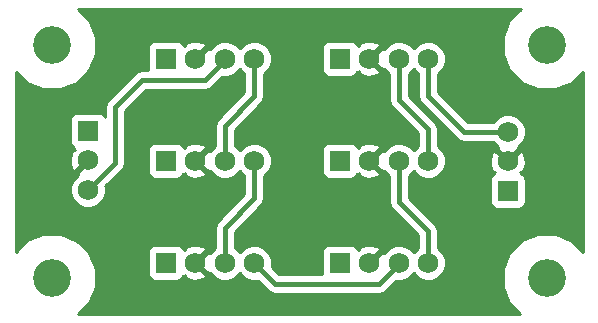
<source format=gbr>
G04 #@! TF.FileFunction,Copper,L1,Top,Signal*
%FSLAX46Y46*%
G04 Gerber Fmt 4.6, Leading zero omitted, Abs format (unit mm)*
G04 Created by KiCad (PCBNEW 4.0.2+e4-6225~38~ubuntu15.04.1-stable) date zo 31 jul 2016 22:39:55 CEST*
%MOMM*%
G01*
G04 APERTURE LIST*
%ADD10C,0.100000*%
%ADD11R,1.750000X1.750000*%
%ADD12C,1.750000*%
%ADD13C,3.200000*%
%ADD14C,0.400000*%
%ADD15C,0.254000*%
G04 APERTURE END LIST*
D10*
D11*
X166624000Y-120904000D03*
D12*
X169124000Y-120904000D03*
X171624000Y-120904000D03*
X174124000Y-120904000D03*
D13*
X184150000Y-130810000D03*
X184150000Y-111125000D03*
X142240000Y-130810000D03*
X142240000Y-111125000D03*
D11*
X145288000Y-118364000D03*
D12*
X145288000Y-120864000D03*
X145288000Y-123364000D03*
D11*
X151892000Y-112268000D03*
D12*
X154392000Y-112268000D03*
X156892000Y-112268000D03*
X159392000Y-112268000D03*
D11*
X151892000Y-120904000D03*
D12*
X154392000Y-120904000D03*
X156892000Y-120904000D03*
X159392000Y-120904000D03*
D11*
X151892000Y-129540000D03*
D12*
X154392000Y-129540000D03*
X156892000Y-129540000D03*
X159392000Y-129540000D03*
D11*
X166624000Y-129540000D03*
D12*
X169124000Y-129540000D03*
X171624000Y-129540000D03*
X174124000Y-129540000D03*
D11*
X166624000Y-112268000D03*
D12*
X169124000Y-112268000D03*
X171624000Y-112268000D03*
X174124000Y-112268000D03*
D11*
X180848000Y-123444000D03*
D12*
X180848000Y-120944000D03*
X180848000Y-118444000D03*
D14*
X147574000Y-121078000D02*
X145288000Y-123364000D01*
X147574000Y-116332000D02*
X147574000Y-121078000D01*
X149860000Y-114046000D02*
X147574000Y-116332000D01*
X155194000Y-114046000D02*
X149860000Y-114046000D01*
X156892000Y-112348000D02*
X155194000Y-114046000D01*
X156892000Y-112268000D02*
X156892000Y-112348000D01*
X174124000Y-112268000D02*
X174124000Y-115450000D01*
X174124000Y-115450000D02*
X177118000Y-118444000D01*
X177118000Y-118444000D02*
X180848000Y-118444000D01*
X159392000Y-112268000D02*
X159392000Y-115436000D01*
X159392000Y-115436000D02*
X156892000Y-117936000D01*
X156892000Y-117936000D02*
X156892000Y-120904000D01*
X159392000Y-120904000D02*
X159392000Y-124072000D01*
X156892000Y-126572000D02*
X156892000Y-129540000D01*
X159392000Y-124072000D02*
X156892000Y-126572000D01*
X171624000Y-129540000D02*
X171624000Y-129620000D01*
X171624000Y-129620000D02*
X169926000Y-131318000D01*
X169926000Y-131318000D02*
X161170000Y-131318000D01*
X161170000Y-131318000D02*
X159392000Y-129540000D01*
X159392000Y-129540000D02*
X159512000Y-129540000D01*
X171624000Y-120904000D02*
X171624000Y-124380000D01*
X171624000Y-124380000D02*
X174124000Y-126880000D01*
X174124000Y-126880000D02*
X174124000Y-129540000D01*
X171624000Y-112268000D02*
X171624000Y-115744000D01*
X171624000Y-115744000D02*
X174124000Y-118244000D01*
X174124000Y-118244000D02*
X174124000Y-120904000D01*
D15*
G36*
X180992246Y-109011068D02*
X180423649Y-110380402D01*
X180422355Y-111863094D01*
X180988561Y-113233418D01*
X182036068Y-114282754D01*
X183405402Y-114851351D01*
X184888094Y-114852645D01*
X186258418Y-114286439D01*
X187198000Y-113348494D01*
X187198000Y-128587945D01*
X186263932Y-127652246D01*
X184894598Y-127083649D01*
X183411906Y-127082355D01*
X182041582Y-127648561D01*
X180992246Y-128696068D01*
X180423649Y-130065402D01*
X180422355Y-131548094D01*
X180988561Y-132918418D01*
X181926506Y-133858000D01*
X144462055Y-133858000D01*
X145397754Y-132923932D01*
X145966351Y-131554598D01*
X145967645Y-130071906D01*
X145401439Y-128701582D01*
X145364921Y-128665000D01*
X150369560Y-128665000D01*
X150369560Y-130415000D01*
X150413838Y-130650317D01*
X150552910Y-130866441D01*
X150765110Y-131011431D01*
X151017000Y-131062440D01*
X152767000Y-131062440D01*
X153002317Y-131018162D01*
X153218441Y-130879090D01*
X153355994Y-130677774D01*
X153394914Y-130716694D01*
X153509546Y-130602062D01*
X153592884Y-130855953D01*
X154157306Y-131061590D01*
X154757458Y-131035579D01*
X155191116Y-130855953D01*
X155274455Y-130602060D01*
X154392000Y-129719605D01*
X154377858Y-129733748D01*
X154198253Y-129554143D01*
X154212395Y-129540000D01*
X154198253Y-129525858D01*
X154377858Y-129346253D01*
X154392000Y-129360395D01*
X155274455Y-128477940D01*
X155191116Y-128224047D01*
X154626694Y-128018410D01*
X154026542Y-128044421D01*
X153592884Y-128224047D01*
X153509546Y-128477938D01*
X153394914Y-128363306D01*
X153353864Y-128404356D01*
X153231090Y-128213559D01*
X153018890Y-128068569D01*
X152767000Y-128017560D01*
X151017000Y-128017560D01*
X150781683Y-128061838D01*
X150565559Y-128200910D01*
X150420569Y-128413110D01*
X150369560Y-128665000D01*
X145364921Y-128665000D01*
X144353932Y-127652246D01*
X142984598Y-127083649D01*
X141501906Y-127082355D01*
X140131582Y-127648561D01*
X139192000Y-128586506D01*
X139192000Y-117489000D01*
X143765560Y-117489000D01*
X143765560Y-119239000D01*
X143809838Y-119474317D01*
X143948910Y-119690441D01*
X144150226Y-119827994D01*
X144111306Y-119866914D01*
X144225938Y-119981546D01*
X143972047Y-120064884D01*
X143766410Y-120629306D01*
X143792421Y-121229458D01*
X143972047Y-121663116D01*
X144225940Y-121746455D01*
X145108395Y-120864000D01*
X145094253Y-120849858D01*
X145273858Y-120670253D01*
X145288000Y-120684395D01*
X145302143Y-120670253D01*
X145481748Y-120849858D01*
X145467605Y-120864000D01*
X145481748Y-120878143D01*
X145302143Y-121057748D01*
X145288000Y-121043605D01*
X144405545Y-121926060D01*
X144454318Y-122074648D01*
X144433771Y-122083138D01*
X144008630Y-122507537D01*
X143778262Y-123062325D01*
X143777738Y-123663040D01*
X144007138Y-124218229D01*
X144431537Y-124643370D01*
X144986325Y-124873738D01*
X145587040Y-124874262D01*
X146142229Y-124644862D01*
X146567370Y-124220463D01*
X146797738Y-123665675D01*
X146798262Y-123064960D01*
X146789387Y-123043481D01*
X148164434Y-121668434D01*
X148280697Y-121494434D01*
X148345439Y-121397541D01*
X148409000Y-121078000D01*
X148409000Y-120029000D01*
X150369560Y-120029000D01*
X150369560Y-121779000D01*
X150413838Y-122014317D01*
X150552910Y-122230441D01*
X150765110Y-122375431D01*
X151017000Y-122426440D01*
X152767000Y-122426440D01*
X153002317Y-122382162D01*
X153218441Y-122243090D01*
X153355994Y-122041774D01*
X153394914Y-122080694D01*
X153509546Y-121966062D01*
X153592884Y-122219953D01*
X154157306Y-122425590D01*
X154757458Y-122399579D01*
X155191116Y-122219953D01*
X155274455Y-121966060D01*
X154392000Y-121083605D01*
X154377858Y-121097748D01*
X154198253Y-120918143D01*
X154212395Y-120904000D01*
X154198253Y-120889858D01*
X154377858Y-120710253D01*
X154392000Y-120724395D01*
X155274455Y-119841940D01*
X155191116Y-119588047D01*
X154626694Y-119382410D01*
X154026542Y-119408421D01*
X153592884Y-119588047D01*
X153509546Y-119841938D01*
X153394914Y-119727306D01*
X153353864Y-119768356D01*
X153231090Y-119577559D01*
X153018890Y-119432569D01*
X152767000Y-119381560D01*
X151017000Y-119381560D01*
X150781683Y-119425838D01*
X150565559Y-119564910D01*
X150420569Y-119777110D01*
X150369560Y-120029000D01*
X148409000Y-120029000D01*
X148409000Y-116677868D01*
X150205868Y-114881000D01*
X155194000Y-114881000D01*
X155513541Y-114817439D01*
X155784434Y-114636434D01*
X156643084Y-113777784D01*
X157191040Y-113778262D01*
X157746229Y-113548862D01*
X158142318Y-113153464D01*
X158535537Y-113547370D01*
X158557000Y-113556282D01*
X158557000Y-115090132D01*
X156301566Y-117345566D01*
X156120561Y-117616459D01*
X156057000Y-117936000D01*
X156057000Y-119615193D01*
X156037771Y-119623138D01*
X155612630Y-120047537D01*
X155603108Y-120070469D01*
X155454060Y-120021545D01*
X154571605Y-120904000D01*
X155454060Y-121786455D01*
X155602648Y-121737682D01*
X155611138Y-121758229D01*
X156035537Y-122183370D01*
X156590325Y-122413738D01*
X157191040Y-122414262D01*
X157746229Y-122184862D01*
X158142318Y-121789464D01*
X158535537Y-122183370D01*
X158557000Y-122192282D01*
X158557000Y-123726132D01*
X156301566Y-125981566D01*
X156120561Y-126252459D01*
X156057000Y-126572000D01*
X156057000Y-128251193D01*
X156037771Y-128259138D01*
X155612630Y-128683537D01*
X155603108Y-128706469D01*
X155454060Y-128657545D01*
X154571605Y-129540000D01*
X155454060Y-130422455D01*
X155602648Y-130373682D01*
X155611138Y-130394229D01*
X156035537Y-130819370D01*
X156590325Y-131049738D01*
X157191040Y-131050262D01*
X157746229Y-130820862D01*
X158142318Y-130425464D01*
X158535537Y-130819370D01*
X159090325Y-131049738D01*
X159691040Y-131050262D01*
X159712519Y-131041387D01*
X160579566Y-131908434D01*
X160850460Y-132089440D01*
X161170000Y-132153000D01*
X169926000Y-132153000D01*
X170245541Y-132089439D01*
X170516434Y-131908434D01*
X171375084Y-131049784D01*
X171923040Y-131050262D01*
X172478229Y-130820862D01*
X172874318Y-130425464D01*
X173267537Y-130819370D01*
X173822325Y-131049738D01*
X174423040Y-131050262D01*
X174978229Y-130820862D01*
X175403370Y-130396463D01*
X175633738Y-129841675D01*
X175634262Y-129240960D01*
X175404862Y-128685771D01*
X174980463Y-128260630D01*
X174959000Y-128251718D01*
X174959000Y-126880000D01*
X174895439Y-126560459D01*
X174714434Y-126289566D01*
X172459000Y-124034132D01*
X172459000Y-122569000D01*
X179325560Y-122569000D01*
X179325560Y-124319000D01*
X179369838Y-124554317D01*
X179508910Y-124770441D01*
X179721110Y-124915431D01*
X179973000Y-124966440D01*
X181723000Y-124966440D01*
X181958317Y-124922162D01*
X182174441Y-124783090D01*
X182319431Y-124570890D01*
X182370440Y-124319000D01*
X182370440Y-122569000D01*
X182326162Y-122333683D01*
X182187090Y-122117559D01*
X181985774Y-121980006D01*
X182024694Y-121941086D01*
X181910062Y-121826454D01*
X182163953Y-121743116D01*
X182369590Y-121178694D01*
X182343579Y-120578542D01*
X182163953Y-120144884D01*
X181910060Y-120061545D01*
X181027605Y-120944000D01*
X181041748Y-120958143D01*
X180862143Y-121137748D01*
X180848000Y-121123605D01*
X180833858Y-121137748D01*
X180654253Y-120958143D01*
X180668395Y-120944000D01*
X179785940Y-120061545D01*
X179532047Y-120144884D01*
X179326410Y-120709306D01*
X179352421Y-121309458D01*
X179532047Y-121743116D01*
X179785938Y-121826454D01*
X179671306Y-121941086D01*
X179712356Y-121982136D01*
X179521559Y-122104910D01*
X179376569Y-122317110D01*
X179325560Y-122569000D01*
X172459000Y-122569000D01*
X172459000Y-122192807D01*
X172478229Y-122184862D01*
X172874318Y-121789464D01*
X173267537Y-122183370D01*
X173822325Y-122413738D01*
X174423040Y-122414262D01*
X174978229Y-122184862D01*
X175403370Y-121760463D01*
X175633738Y-121205675D01*
X175634262Y-120604960D01*
X175404862Y-120049771D01*
X174980463Y-119624630D01*
X174959000Y-119615718D01*
X174959000Y-118244000D01*
X174895439Y-117924459D01*
X174714434Y-117653566D01*
X172459000Y-115398132D01*
X172459000Y-113556807D01*
X172478229Y-113548862D01*
X172874318Y-113153464D01*
X173267537Y-113547370D01*
X173289000Y-113556282D01*
X173289000Y-115450000D01*
X173352561Y-115769541D01*
X173533566Y-116040434D01*
X176527566Y-119034434D01*
X176798459Y-119215439D01*
X177118000Y-119279000D01*
X179559193Y-119279000D01*
X179567138Y-119298229D01*
X179991537Y-119723370D01*
X180014469Y-119732892D01*
X179965545Y-119881940D01*
X180848000Y-120764395D01*
X181730455Y-119881940D01*
X181681682Y-119733352D01*
X181702229Y-119724862D01*
X182127370Y-119300463D01*
X182357738Y-118745675D01*
X182358262Y-118144960D01*
X182128862Y-117589771D01*
X181704463Y-117164630D01*
X181149675Y-116934262D01*
X180548960Y-116933738D01*
X179993771Y-117163138D01*
X179568630Y-117587537D01*
X179559718Y-117609000D01*
X177463868Y-117609000D01*
X174959000Y-115104132D01*
X174959000Y-113556807D01*
X174978229Y-113548862D01*
X175403370Y-113124463D01*
X175633738Y-112569675D01*
X175634262Y-111968960D01*
X175404862Y-111413771D01*
X174980463Y-110988630D01*
X174425675Y-110758262D01*
X173824960Y-110757738D01*
X173269771Y-110987138D01*
X172873682Y-111382536D01*
X172480463Y-110988630D01*
X171925675Y-110758262D01*
X171324960Y-110757738D01*
X170769771Y-110987138D01*
X170344630Y-111411537D01*
X170335108Y-111434469D01*
X170186060Y-111385545D01*
X169303605Y-112268000D01*
X170186060Y-113150455D01*
X170334648Y-113101682D01*
X170343138Y-113122229D01*
X170767537Y-113547370D01*
X170789000Y-113556282D01*
X170789000Y-115744000D01*
X170852561Y-116063541D01*
X170948711Y-116207439D01*
X171033566Y-116334434D01*
X173289000Y-118589868D01*
X173289000Y-119615193D01*
X173269771Y-119623138D01*
X172873682Y-120018536D01*
X172480463Y-119624630D01*
X171925675Y-119394262D01*
X171324960Y-119393738D01*
X170769771Y-119623138D01*
X170344630Y-120047537D01*
X170335108Y-120070469D01*
X170186060Y-120021545D01*
X169303605Y-120904000D01*
X170186060Y-121786455D01*
X170334648Y-121737682D01*
X170343138Y-121758229D01*
X170767537Y-122183370D01*
X170789000Y-122192282D01*
X170789000Y-124380000D01*
X170852561Y-124699541D01*
X170899935Y-124770441D01*
X171033566Y-124970434D01*
X173289000Y-127225868D01*
X173289000Y-128251193D01*
X173269771Y-128259138D01*
X172873682Y-128654536D01*
X172480463Y-128260630D01*
X171925675Y-128030262D01*
X171324960Y-128029738D01*
X170769771Y-128259138D01*
X170344630Y-128683537D01*
X170335108Y-128706469D01*
X170186060Y-128657545D01*
X169303605Y-129540000D01*
X169317748Y-129554143D01*
X169138143Y-129733748D01*
X169124000Y-129719605D01*
X169109858Y-129733748D01*
X168930253Y-129554143D01*
X168944395Y-129540000D01*
X168930253Y-129525858D01*
X169109858Y-129346253D01*
X169124000Y-129360395D01*
X170006455Y-128477940D01*
X169923116Y-128224047D01*
X169358694Y-128018410D01*
X168758542Y-128044421D01*
X168324884Y-128224047D01*
X168241546Y-128477938D01*
X168126914Y-128363306D01*
X168085864Y-128404356D01*
X167963090Y-128213559D01*
X167750890Y-128068569D01*
X167499000Y-128017560D01*
X165749000Y-128017560D01*
X165513683Y-128061838D01*
X165297559Y-128200910D01*
X165152569Y-128413110D01*
X165101560Y-128665000D01*
X165101560Y-130415000D01*
X165114355Y-130483000D01*
X161515868Y-130483000D01*
X160893759Y-129860891D01*
X160901738Y-129841675D01*
X160902262Y-129240960D01*
X160672862Y-128685771D01*
X160248463Y-128260630D01*
X159693675Y-128030262D01*
X159092960Y-128029738D01*
X158537771Y-128259138D01*
X158141682Y-128654536D01*
X157748463Y-128260630D01*
X157727000Y-128251718D01*
X157727000Y-126917868D01*
X159982434Y-124662434D01*
X160043602Y-124570890D01*
X160163439Y-124391541D01*
X160227000Y-124072000D01*
X160227000Y-122192807D01*
X160246229Y-122184862D01*
X160671370Y-121760463D01*
X160901738Y-121205675D01*
X160902262Y-120604960D01*
X160672862Y-120049771D01*
X160652128Y-120029000D01*
X165101560Y-120029000D01*
X165101560Y-121779000D01*
X165145838Y-122014317D01*
X165284910Y-122230441D01*
X165497110Y-122375431D01*
X165749000Y-122426440D01*
X167499000Y-122426440D01*
X167734317Y-122382162D01*
X167950441Y-122243090D01*
X168087994Y-122041774D01*
X168126914Y-122080694D01*
X168241546Y-121966062D01*
X168324884Y-122219953D01*
X168889306Y-122425590D01*
X169489458Y-122399579D01*
X169923116Y-122219953D01*
X170006455Y-121966060D01*
X169124000Y-121083605D01*
X169109858Y-121097748D01*
X168930253Y-120918143D01*
X168944395Y-120904000D01*
X168930253Y-120889858D01*
X169109858Y-120710253D01*
X169124000Y-120724395D01*
X170006455Y-119841940D01*
X169923116Y-119588047D01*
X169358694Y-119382410D01*
X168758542Y-119408421D01*
X168324884Y-119588047D01*
X168241546Y-119841938D01*
X168126914Y-119727306D01*
X168085864Y-119768356D01*
X167963090Y-119577559D01*
X167750890Y-119432569D01*
X167499000Y-119381560D01*
X165749000Y-119381560D01*
X165513683Y-119425838D01*
X165297559Y-119564910D01*
X165152569Y-119777110D01*
X165101560Y-120029000D01*
X160652128Y-120029000D01*
X160248463Y-119624630D01*
X159693675Y-119394262D01*
X159092960Y-119393738D01*
X158537771Y-119623138D01*
X158141682Y-120018536D01*
X157748463Y-119624630D01*
X157727000Y-119615718D01*
X157727000Y-118281868D01*
X159982434Y-116026434D01*
X160154085Y-115769540D01*
X160163439Y-115755541D01*
X160227000Y-115436000D01*
X160227000Y-113556807D01*
X160246229Y-113548862D01*
X160671370Y-113124463D01*
X160901738Y-112569675D01*
X160902262Y-111968960D01*
X160672862Y-111413771D01*
X160652128Y-111393000D01*
X165101560Y-111393000D01*
X165101560Y-113143000D01*
X165145838Y-113378317D01*
X165284910Y-113594441D01*
X165497110Y-113739431D01*
X165749000Y-113790440D01*
X167499000Y-113790440D01*
X167734317Y-113746162D01*
X167950441Y-113607090D01*
X168087994Y-113405774D01*
X168126914Y-113444694D01*
X168241546Y-113330062D01*
X168324884Y-113583953D01*
X168889306Y-113789590D01*
X169489458Y-113763579D01*
X169923116Y-113583953D01*
X170006455Y-113330060D01*
X169124000Y-112447605D01*
X169109858Y-112461748D01*
X168930253Y-112282143D01*
X168944395Y-112268000D01*
X168930253Y-112253858D01*
X169109858Y-112074253D01*
X169124000Y-112088395D01*
X170006455Y-111205940D01*
X169923116Y-110952047D01*
X169358694Y-110746410D01*
X168758542Y-110772421D01*
X168324884Y-110952047D01*
X168241546Y-111205938D01*
X168126914Y-111091306D01*
X168085864Y-111132356D01*
X167963090Y-110941559D01*
X167750890Y-110796569D01*
X167499000Y-110745560D01*
X165749000Y-110745560D01*
X165513683Y-110789838D01*
X165297559Y-110928910D01*
X165152569Y-111141110D01*
X165101560Y-111393000D01*
X160652128Y-111393000D01*
X160248463Y-110988630D01*
X159693675Y-110758262D01*
X159092960Y-110757738D01*
X158537771Y-110987138D01*
X158141682Y-111382536D01*
X157748463Y-110988630D01*
X157193675Y-110758262D01*
X156592960Y-110757738D01*
X156037771Y-110987138D01*
X155612630Y-111411537D01*
X155603108Y-111434469D01*
X155454060Y-111385545D01*
X154571605Y-112268000D01*
X154585748Y-112282143D01*
X154406143Y-112461748D01*
X154392000Y-112447605D01*
X154377858Y-112461748D01*
X154198253Y-112282143D01*
X154212395Y-112268000D01*
X154198253Y-112253858D01*
X154377858Y-112074253D01*
X154392000Y-112088395D01*
X155274455Y-111205940D01*
X155191116Y-110952047D01*
X154626694Y-110746410D01*
X154026542Y-110772421D01*
X153592884Y-110952047D01*
X153509546Y-111205938D01*
X153394914Y-111091306D01*
X153353864Y-111132356D01*
X153231090Y-110941559D01*
X153018890Y-110796569D01*
X152767000Y-110745560D01*
X151017000Y-110745560D01*
X150781683Y-110789838D01*
X150565559Y-110928910D01*
X150420569Y-111141110D01*
X150369560Y-111393000D01*
X150369560Y-113143000D01*
X150382355Y-113211000D01*
X149860000Y-113211000D01*
X149540459Y-113274561D01*
X149360374Y-113394890D01*
X149269566Y-113455566D01*
X146983566Y-115741566D01*
X146802561Y-116012459D01*
X146739000Y-116332000D01*
X146739000Y-117211472D01*
X146627090Y-117037559D01*
X146414890Y-116892569D01*
X146163000Y-116841560D01*
X144413000Y-116841560D01*
X144177683Y-116885838D01*
X143961559Y-117024910D01*
X143816569Y-117237110D01*
X143765560Y-117489000D01*
X139192000Y-117489000D01*
X139192000Y-113347055D01*
X140126068Y-114282754D01*
X141495402Y-114851351D01*
X142978094Y-114852645D01*
X144348418Y-114286439D01*
X145397754Y-113238932D01*
X145966351Y-111869598D01*
X145967645Y-110386906D01*
X145401439Y-109016582D01*
X144463494Y-108077000D01*
X181927945Y-108077000D01*
X180992246Y-109011068D01*
X180992246Y-109011068D01*
G37*
X180992246Y-109011068D02*
X180423649Y-110380402D01*
X180422355Y-111863094D01*
X180988561Y-113233418D01*
X182036068Y-114282754D01*
X183405402Y-114851351D01*
X184888094Y-114852645D01*
X186258418Y-114286439D01*
X187198000Y-113348494D01*
X187198000Y-128587945D01*
X186263932Y-127652246D01*
X184894598Y-127083649D01*
X183411906Y-127082355D01*
X182041582Y-127648561D01*
X180992246Y-128696068D01*
X180423649Y-130065402D01*
X180422355Y-131548094D01*
X180988561Y-132918418D01*
X181926506Y-133858000D01*
X144462055Y-133858000D01*
X145397754Y-132923932D01*
X145966351Y-131554598D01*
X145967645Y-130071906D01*
X145401439Y-128701582D01*
X145364921Y-128665000D01*
X150369560Y-128665000D01*
X150369560Y-130415000D01*
X150413838Y-130650317D01*
X150552910Y-130866441D01*
X150765110Y-131011431D01*
X151017000Y-131062440D01*
X152767000Y-131062440D01*
X153002317Y-131018162D01*
X153218441Y-130879090D01*
X153355994Y-130677774D01*
X153394914Y-130716694D01*
X153509546Y-130602062D01*
X153592884Y-130855953D01*
X154157306Y-131061590D01*
X154757458Y-131035579D01*
X155191116Y-130855953D01*
X155274455Y-130602060D01*
X154392000Y-129719605D01*
X154377858Y-129733748D01*
X154198253Y-129554143D01*
X154212395Y-129540000D01*
X154198253Y-129525858D01*
X154377858Y-129346253D01*
X154392000Y-129360395D01*
X155274455Y-128477940D01*
X155191116Y-128224047D01*
X154626694Y-128018410D01*
X154026542Y-128044421D01*
X153592884Y-128224047D01*
X153509546Y-128477938D01*
X153394914Y-128363306D01*
X153353864Y-128404356D01*
X153231090Y-128213559D01*
X153018890Y-128068569D01*
X152767000Y-128017560D01*
X151017000Y-128017560D01*
X150781683Y-128061838D01*
X150565559Y-128200910D01*
X150420569Y-128413110D01*
X150369560Y-128665000D01*
X145364921Y-128665000D01*
X144353932Y-127652246D01*
X142984598Y-127083649D01*
X141501906Y-127082355D01*
X140131582Y-127648561D01*
X139192000Y-128586506D01*
X139192000Y-117489000D01*
X143765560Y-117489000D01*
X143765560Y-119239000D01*
X143809838Y-119474317D01*
X143948910Y-119690441D01*
X144150226Y-119827994D01*
X144111306Y-119866914D01*
X144225938Y-119981546D01*
X143972047Y-120064884D01*
X143766410Y-120629306D01*
X143792421Y-121229458D01*
X143972047Y-121663116D01*
X144225940Y-121746455D01*
X145108395Y-120864000D01*
X145094253Y-120849858D01*
X145273858Y-120670253D01*
X145288000Y-120684395D01*
X145302143Y-120670253D01*
X145481748Y-120849858D01*
X145467605Y-120864000D01*
X145481748Y-120878143D01*
X145302143Y-121057748D01*
X145288000Y-121043605D01*
X144405545Y-121926060D01*
X144454318Y-122074648D01*
X144433771Y-122083138D01*
X144008630Y-122507537D01*
X143778262Y-123062325D01*
X143777738Y-123663040D01*
X144007138Y-124218229D01*
X144431537Y-124643370D01*
X144986325Y-124873738D01*
X145587040Y-124874262D01*
X146142229Y-124644862D01*
X146567370Y-124220463D01*
X146797738Y-123665675D01*
X146798262Y-123064960D01*
X146789387Y-123043481D01*
X148164434Y-121668434D01*
X148280697Y-121494434D01*
X148345439Y-121397541D01*
X148409000Y-121078000D01*
X148409000Y-120029000D01*
X150369560Y-120029000D01*
X150369560Y-121779000D01*
X150413838Y-122014317D01*
X150552910Y-122230441D01*
X150765110Y-122375431D01*
X151017000Y-122426440D01*
X152767000Y-122426440D01*
X153002317Y-122382162D01*
X153218441Y-122243090D01*
X153355994Y-122041774D01*
X153394914Y-122080694D01*
X153509546Y-121966062D01*
X153592884Y-122219953D01*
X154157306Y-122425590D01*
X154757458Y-122399579D01*
X155191116Y-122219953D01*
X155274455Y-121966060D01*
X154392000Y-121083605D01*
X154377858Y-121097748D01*
X154198253Y-120918143D01*
X154212395Y-120904000D01*
X154198253Y-120889858D01*
X154377858Y-120710253D01*
X154392000Y-120724395D01*
X155274455Y-119841940D01*
X155191116Y-119588047D01*
X154626694Y-119382410D01*
X154026542Y-119408421D01*
X153592884Y-119588047D01*
X153509546Y-119841938D01*
X153394914Y-119727306D01*
X153353864Y-119768356D01*
X153231090Y-119577559D01*
X153018890Y-119432569D01*
X152767000Y-119381560D01*
X151017000Y-119381560D01*
X150781683Y-119425838D01*
X150565559Y-119564910D01*
X150420569Y-119777110D01*
X150369560Y-120029000D01*
X148409000Y-120029000D01*
X148409000Y-116677868D01*
X150205868Y-114881000D01*
X155194000Y-114881000D01*
X155513541Y-114817439D01*
X155784434Y-114636434D01*
X156643084Y-113777784D01*
X157191040Y-113778262D01*
X157746229Y-113548862D01*
X158142318Y-113153464D01*
X158535537Y-113547370D01*
X158557000Y-113556282D01*
X158557000Y-115090132D01*
X156301566Y-117345566D01*
X156120561Y-117616459D01*
X156057000Y-117936000D01*
X156057000Y-119615193D01*
X156037771Y-119623138D01*
X155612630Y-120047537D01*
X155603108Y-120070469D01*
X155454060Y-120021545D01*
X154571605Y-120904000D01*
X155454060Y-121786455D01*
X155602648Y-121737682D01*
X155611138Y-121758229D01*
X156035537Y-122183370D01*
X156590325Y-122413738D01*
X157191040Y-122414262D01*
X157746229Y-122184862D01*
X158142318Y-121789464D01*
X158535537Y-122183370D01*
X158557000Y-122192282D01*
X158557000Y-123726132D01*
X156301566Y-125981566D01*
X156120561Y-126252459D01*
X156057000Y-126572000D01*
X156057000Y-128251193D01*
X156037771Y-128259138D01*
X155612630Y-128683537D01*
X155603108Y-128706469D01*
X155454060Y-128657545D01*
X154571605Y-129540000D01*
X155454060Y-130422455D01*
X155602648Y-130373682D01*
X155611138Y-130394229D01*
X156035537Y-130819370D01*
X156590325Y-131049738D01*
X157191040Y-131050262D01*
X157746229Y-130820862D01*
X158142318Y-130425464D01*
X158535537Y-130819370D01*
X159090325Y-131049738D01*
X159691040Y-131050262D01*
X159712519Y-131041387D01*
X160579566Y-131908434D01*
X160850460Y-132089440D01*
X161170000Y-132153000D01*
X169926000Y-132153000D01*
X170245541Y-132089439D01*
X170516434Y-131908434D01*
X171375084Y-131049784D01*
X171923040Y-131050262D01*
X172478229Y-130820862D01*
X172874318Y-130425464D01*
X173267537Y-130819370D01*
X173822325Y-131049738D01*
X174423040Y-131050262D01*
X174978229Y-130820862D01*
X175403370Y-130396463D01*
X175633738Y-129841675D01*
X175634262Y-129240960D01*
X175404862Y-128685771D01*
X174980463Y-128260630D01*
X174959000Y-128251718D01*
X174959000Y-126880000D01*
X174895439Y-126560459D01*
X174714434Y-126289566D01*
X172459000Y-124034132D01*
X172459000Y-122569000D01*
X179325560Y-122569000D01*
X179325560Y-124319000D01*
X179369838Y-124554317D01*
X179508910Y-124770441D01*
X179721110Y-124915431D01*
X179973000Y-124966440D01*
X181723000Y-124966440D01*
X181958317Y-124922162D01*
X182174441Y-124783090D01*
X182319431Y-124570890D01*
X182370440Y-124319000D01*
X182370440Y-122569000D01*
X182326162Y-122333683D01*
X182187090Y-122117559D01*
X181985774Y-121980006D01*
X182024694Y-121941086D01*
X181910062Y-121826454D01*
X182163953Y-121743116D01*
X182369590Y-121178694D01*
X182343579Y-120578542D01*
X182163953Y-120144884D01*
X181910060Y-120061545D01*
X181027605Y-120944000D01*
X181041748Y-120958143D01*
X180862143Y-121137748D01*
X180848000Y-121123605D01*
X180833858Y-121137748D01*
X180654253Y-120958143D01*
X180668395Y-120944000D01*
X179785940Y-120061545D01*
X179532047Y-120144884D01*
X179326410Y-120709306D01*
X179352421Y-121309458D01*
X179532047Y-121743116D01*
X179785938Y-121826454D01*
X179671306Y-121941086D01*
X179712356Y-121982136D01*
X179521559Y-122104910D01*
X179376569Y-122317110D01*
X179325560Y-122569000D01*
X172459000Y-122569000D01*
X172459000Y-122192807D01*
X172478229Y-122184862D01*
X172874318Y-121789464D01*
X173267537Y-122183370D01*
X173822325Y-122413738D01*
X174423040Y-122414262D01*
X174978229Y-122184862D01*
X175403370Y-121760463D01*
X175633738Y-121205675D01*
X175634262Y-120604960D01*
X175404862Y-120049771D01*
X174980463Y-119624630D01*
X174959000Y-119615718D01*
X174959000Y-118244000D01*
X174895439Y-117924459D01*
X174714434Y-117653566D01*
X172459000Y-115398132D01*
X172459000Y-113556807D01*
X172478229Y-113548862D01*
X172874318Y-113153464D01*
X173267537Y-113547370D01*
X173289000Y-113556282D01*
X173289000Y-115450000D01*
X173352561Y-115769541D01*
X173533566Y-116040434D01*
X176527566Y-119034434D01*
X176798459Y-119215439D01*
X177118000Y-119279000D01*
X179559193Y-119279000D01*
X179567138Y-119298229D01*
X179991537Y-119723370D01*
X180014469Y-119732892D01*
X179965545Y-119881940D01*
X180848000Y-120764395D01*
X181730455Y-119881940D01*
X181681682Y-119733352D01*
X181702229Y-119724862D01*
X182127370Y-119300463D01*
X182357738Y-118745675D01*
X182358262Y-118144960D01*
X182128862Y-117589771D01*
X181704463Y-117164630D01*
X181149675Y-116934262D01*
X180548960Y-116933738D01*
X179993771Y-117163138D01*
X179568630Y-117587537D01*
X179559718Y-117609000D01*
X177463868Y-117609000D01*
X174959000Y-115104132D01*
X174959000Y-113556807D01*
X174978229Y-113548862D01*
X175403370Y-113124463D01*
X175633738Y-112569675D01*
X175634262Y-111968960D01*
X175404862Y-111413771D01*
X174980463Y-110988630D01*
X174425675Y-110758262D01*
X173824960Y-110757738D01*
X173269771Y-110987138D01*
X172873682Y-111382536D01*
X172480463Y-110988630D01*
X171925675Y-110758262D01*
X171324960Y-110757738D01*
X170769771Y-110987138D01*
X170344630Y-111411537D01*
X170335108Y-111434469D01*
X170186060Y-111385545D01*
X169303605Y-112268000D01*
X170186060Y-113150455D01*
X170334648Y-113101682D01*
X170343138Y-113122229D01*
X170767537Y-113547370D01*
X170789000Y-113556282D01*
X170789000Y-115744000D01*
X170852561Y-116063541D01*
X170948711Y-116207439D01*
X171033566Y-116334434D01*
X173289000Y-118589868D01*
X173289000Y-119615193D01*
X173269771Y-119623138D01*
X172873682Y-120018536D01*
X172480463Y-119624630D01*
X171925675Y-119394262D01*
X171324960Y-119393738D01*
X170769771Y-119623138D01*
X170344630Y-120047537D01*
X170335108Y-120070469D01*
X170186060Y-120021545D01*
X169303605Y-120904000D01*
X170186060Y-121786455D01*
X170334648Y-121737682D01*
X170343138Y-121758229D01*
X170767537Y-122183370D01*
X170789000Y-122192282D01*
X170789000Y-124380000D01*
X170852561Y-124699541D01*
X170899935Y-124770441D01*
X171033566Y-124970434D01*
X173289000Y-127225868D01*
X173289000Y-128251193D01*
X173269771Y-128259138D01*
X172873682Y-128654536D01*
X172480463Y-128260630D01*
X171925675Y-128030262D01*
X171324960Y-128029738D01*
X170769771Y-128259138D01*
X170344630Y-128683537D01*
X170335108Y-128706469D01*
X170186060Y-128657545D01*
X169303605Y-129540000D01*
X169317748Y-129554143D01*
X169138143Y-129733748D01*
X169124000Y-129719605D01*
X169109858Y-129733748D01*
X168930253Y-129554143D01*
X168944395Y-129540000D01*
X168930253Y-129525858D01*
X169109858Y-129346253D01*
X169124000Y-129360395D01*
X170006455Y-128477940D01*
X169923116Y-128224047D01*
X169358694Y-128018410D01*
X168758542Y-128044421D01*
X168324884Y-128224047D01*
X168241546Y-128477938D01*
X168126914Y-128363306D01*
X168085864Y-128404356D01*
X167963090Y-128213559D01*
X167750890Y-128068569D01*
X167499000Y-128017560D01*
X165749000Y-128017560D01*
X165513683Y-128061838D01*
X165297559Y-128200910D01*
X165152569Y-128413110D01*
X165101560Y-128665000D01*
X165101560Y-130415000D01*
X165114355Y-130483000D01*
X161515868Y-130483000D01*
X160893759Y-129860891D01*
X160901738Y-129841675D01*
X160902262Y-129240960D01*
X160672862Y-128685771D01*
X160248463Y-128260630D01*
X159693675Y-128030262D01*
X159092960Y-128029738D01*
X158537771Y-128259138D01*
X158141682Y-128654536D01*
X157748463Y-128260630D01*
X157727000Y-128251718D01*
X157727000Y-126917868D01*
X159982434Y-124662434D01*
X160043602Y-124570890D01*
X160163439Y-124391541D01*
X160227000Y-124072000D01*
X160227000Y-122192807D01*
X160246229Y-122184862D01*
X160671370Y-121760463D01*
X160901738Y-121205675D01*
X160902262Y-120604960D01*
X160672862Y-120049771D01*
X160652128Y-120029000D01*
X165101560Y-120029000D01*
X165101560Y-121779000D01*
X165145838Y-122014317D01*
X165284910Y-122230441D01*
X165497110Y-122375431D01*
X165749000Y-122426440D01*
X167499000Y-122426440D01*
X167734317Y-122382162D01*
X167950441Y-122243090D01*
X168087994Y-122041774D01*
X168126914Y-122080694D01*
X168241546Y-121966062D01*
X168324884Y-122219953D01*
X168889306Y-122425590D01*
X169489458Y-122399579D01*
X169923116Y-122219953D01*
X170006455Y-121966060D01*
X169124000Y-121083605D01*
X169109858Y-121097748D01*
X168930253Y-120918143D01*
X168944395Y-120904000D01*
X168930253Y-120889858D01*
X169109858Y-120710253D01*
X169124000Y-120724395D01*
X170006455Y-119841940D01*
X169923116Y-119588047D01*
X169358694Y-119382410D01*
X168758542Y-119408421D01*
X168324884Y-119588047D01*
X168241546Y-119841938D01*
X168126914Y-119727306D01*
X168085864Y-119768356D01*
X167963090Y-119577559D01*
X167750890Y-119432569D01*
X167499000Y-119381560D01*
X165749000Y-119381560D01*
X165513683Y-119425838D01*
X165297559Y-119564910D01*
X165152569Y-119777110D01*
X165101560Y-120029000D01*
X160652128Y-120029000D01*
X160248463Y-119624630D01*
X159693675Y-119394262D01*
X159092960Y-119393738D01*
X158537771Y-119623138D01*
X158141682Y-120018536D01*
X157748463Y-119624630D01*
X157727000Y-119615718D01*
X157727000Y-118281868D01*
X159982434Y-116026434D01*
X160154085Y-115769540D01*
X160163439Y-115755541D01*
X160227000Y-115436000D01*
X160227000Y-113556807D01*
X160246229Y-113548862D01*
X160671370Y-113124463D01*
X160901738Y-112569675D01*
X160902262Y-111968960D01*
X160672862Y-111413771D01*
X160652128Y-111393000D01*
X165101560Y-111393000D01*
X165101560Y-113143000D01*
X165145838Y-113378317D01*
X165284910Y-113594441D01*
X165497110Y-113739431D01*
X165749000Y-113790440D01*
X167499000Y-113790440D01*
X167734317Y-113746162D01*
X167950441Y-113607090D01*
X168087994Y-113405774D01*
X168126914Y-113444694D01*
X168241546Y-113330062D01*
X168324884Y-113583953D01*
X168889306Y-113789590D01*
X169489458Y-113763579D01*
X169923116Y-113583953D01*
X170006455Y-113330060D01*
X169124000Y-112447605D01*
X169109858Y-112461748D01*
X168930253Y-112282143D01*
X168944395Y-112268000D01*
X168930253Y-112253858D01*
X169109858Y-112074253D01*
X169124000Y-112088395D01*
X170006455Y-111205940D01*
X169923116Y-110952047D01*
X169358694Y-110746410D01*
X168758542Y-110772421D01*
X168324884Y-110952047D01*
X168241546Y-111205938D01*
X168126914Y-111091306D01*
X168085864Y-111132356D01*
X167963090Y-110941559D01*
X167750890Y-110796569D01*
X167499000Y-110745560D01*
X165749000Y-110745560D01*
X165513683Y-110789838D01*
X165297559Y-110928910D01*
X165152569Y-111141110D01*
X165101560Y-111393000D01*
X160652128Y-111393000D01*
X160248463Y-110988630D01*
X159693675Y-110758262D01*
X159092960Y-110757738D01*
X158537771Y-110987138D01*
X158141682Y-111382536D01*
X157748463Y-110988630D01*
X157193675Y-110758262D01*
X156592960Y-110757738D01*
X156037771Y-110987138D01*
X155612630Y-111411537D01*
X155603108Y-111434469D01*
X155454060Y-111385545D01*
X154571605Y-112268000D01*
X154585748Y-112282143D01*
X154406143Y-112461748D01*
X154392000Y-112447605D01*
X154377858Y-112461748D01*
X154198253Y-112282143D01*
X154212395Y-112268000D01*
X154198253Y-112253858D01*
X154377858Y-112074253D01*
X154392000Y-112088395D01*
X155274455Y-111205940D01*
X155191116Y-110952047D01*
X154626694Y-110746410D01*
X154026542Y-110772421D01*
X153592884Y-110952047D01*
X153509546Y-111205938D01*
X153394914Y-111091306D01*
X153353864Y-111132356D01*
X153231090Y-110941559D01*
X153018890Y-110796569D01*
X152767000Y-110745560D01*
X151017000Y-110745560D01*
X150781683Y-110789838D01*
X150565559Y-110928910D01*
X150420569Y-111141110D01*
X150369560Y-111393000D01*
X150369560Y-113143000D01*
X150382355Y-113211000D01*
X149860000Y-113211000D01*
X149540459Y-113274561D01*
X149360374Y-113394890D01*
X149269566Y-113455566D01*
X146983566Y-115741566D01*
X146802561Y-116012459D01*
X146739000Y-116332000D01*
X146739000Y-117211472D01*
X146627090Y-117037559D01*
X146414890Y-116892569D01*
X146163000Y-116841560D01*
X144413000Y-116841560D01*
X144177683Y-116885838D01*
X143961559Y-117024910D01*
X143816569Y-117237110D01*
X143765560Y-117489000D01*
X139192000Y-117489000D01*
X139192000Y-113347055D01*
X140126068Y-114282754D01*
X141495402Y-114851351D01*
X142978094Y-114852645D01*
X144348418Y-114286439D01*
X145397754Y-113238932D01*
X145966351Y-111869598D01*
X145967645Y-110386906D01*
X145401439Y-109016582D01*
X144463494Y-108077000D01*
X181927945Y-108077000D01*
X180992246Y-109011068D01*
M02*

</source>
